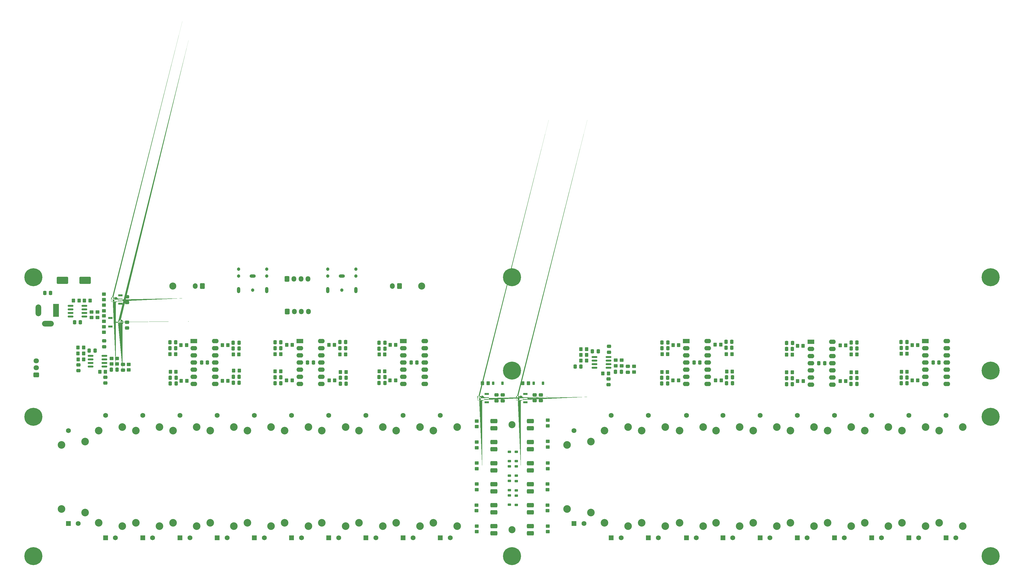
<source format=gbr>
%TF.GenerationSoftware,KiCad,Pcbnew,8.0.8*%
%TF.CreationDate,2025-02-12T06:41:47+01:00*%
%TF.ProjectId,20 Bands Equalizer,32302042-616e-4647-9320-457175616c69,rev?*%
%TF.SameCoordinates,Original*%
%TF.FileFunction,Soldermask,Top*%
%TF.FilePolarity,Negative*%
%FSLAX46Y46*%
G04 Gerber Fmt 4.6, Leading zero omitted, Abs format (unit mm)*
G04 Created by KiCad (PCBNEW 8.0.8) date 2025-02-12 06:41:47*
%MOMM*%
%LPD*%
G01*
G04 APERTURE LIST*
G04 Aperture macros list*
%AMRoundRect*
0 Rectangle with rounded corners*
0 $1 Rounding radius*
0 $2 $3 $4 $5 $6 $7 $8 $9 X,Y pos of 4 corners*
0 Add a 4 corners polygon primitive as box body*
4,1,4,$2,$3,$4,$5,$6,$7,$8,$9,$2,$3,0*
0 Add four circle primitives for the rounded corners*
1,1,$1+$1,$2,$3*
1,1,$1+$1,$4,$5*
1,1,$1+$1,$6,$7*
1,1,$1+$1,$8,$9*
0 Add four rect primitives between the rounded corners*
20,1,$1+$1,$2,$3,$4,$5,0*
20,1,$1+$1,$4,$5,$6,$7,0*
20,1,$1+$1,$6,$7,$8,$9,0*
20,1,$1+$1,$8,$9,$2,$3,0*%
%AMFreePoly0*
4,1,123,0.971831,0.949200,1.016256,0.946076,1.060503,0.940869,1.104445,0.933604,1.148006,0.924257,1.191059,0.912903,1.233553,0.899543,1.275362,0.884201,1.316408,0.866904,1.356617,0.847727,1.395860,0.826670,1.434087,0.803785,1.471196,0.779147,1.507112,0.752807,1.541732,0.724816,1.575032,0.695199,1.606883,0.664084,1.637262,0.631496,1.666066,0.597536,1.693244,0.562256,
1.718745,0.525730,1.742494,0.488062,1.764465,0.449301,1.784608,0.409576,1.802845,0.330277,3.500178,0.330277,3.500178,-0.329718,1.802845,-0.329718,1.784608,-0.409068,1.764465,-0.448793,1.742494,-0.487554,1.718745,-0.525222,1.693244,-0.561748,1.666066,-0.597028,1.637262,-0.630988,1.606883,-0.663576,1.575032,-0.694691,1.541732,-0.724308,1.507112,-0.752299,1.471196,-0.778639,
1.434087,-0.803277,1.395860,-0.826162,1.356617,-0.847219,1.316408,-0.866396,1.275362,-0.883693,1.233553,-0.899035,1.191059,-0.912395,1.148006,-0.923749,1.104445,-0.933096,1.060503,-0.940361,1.016256,-0.945568,0.971831,-0.948692,0.927305,-0.949759,-0.926899,-0.949759,-0.971425,-0.948692,-1.015850,-0.945568,-1.060097,-0.940361,-1.104039,-0.933096,-1.147600,-0.923749,-1.190653,-0.912395,
-1.233147,-0.899035,-1.274956,-0.883693,-1.316002,-0.866396,-1.356210,-0.847219,-1.395453,-0.826162,-1.433680,-0.803277,-1.470790,-0.778639,-1.506706,-0.752299,-1.541326,-0.724308,-1.574625,-0.694691,-1.606477,-0.663576,-1.636855,-0.630988,-1.665659,-0.597028,-1.692837,-0.561748,-1.718339,-0.525222,-1.742088,-0.487554,-1.764059,-0.448793,-1.784201,-0.409068,-1.802438,-0.368428,-1.818771,-0.327000,
-1.833122,-0.284836,-1.845491,-0.242037,-1.855829,-0.198705,-1.864135,-0.154966,-1.870384,-0.110846,-1.874549,-0.066497,-1.876632,-0.022022,-1.876632,0.022530,-1.874549,0.067005,-1.870384,0.111354,-1.864135,0.155474,-1.855829,0.199213,-1.845491,0.242545,-1.833122,0.285344,-1.818771,0.327508,-1.802438,0.368936,-1.784201,0.409576,-1.764059,0.449301,-1.742088,0.488062,-1.718339,0.525730,
-1.692837,0.562256,-1.665659,0.597536,-1.636855,0.631496,-1.606477,0.664084,-1.574625,0.695199,-1.541326,0.724816,-1.506706,0.752807,-1.470790,0.779147,-1.433680,0.803785,-1.395453,0.826670,-1.356210,0.847727,-1.316002,0.866904,-1.274956,0.884201,-1.233147,0.899543,-1.190653,0.912903,-1.147600,0.924257,-1.104039,0.933604,-1.060097,0.940869,-1.015850,0.946076,-0.971425,0.949200,
-0.926899,0.950267,0.927305,0.950267,0.971831,0.949200,0.971831,0.949200,$1*%
%AMFreePoly1*
4,1,123,0.971476,0.948895,1.015900,0.945771,1.060147,0.940564,1.104089,0.933299,1.147650,0.923952,1.190704,0.912598,1.233198,0.899238,1.275006,0.883896,1.316053,0.866599,1.356261,0.847422,1.395504,0.826365,1.433731,0.803480,1.470841,0.778842,1.506756,0.752502,1.541377,0.724511,1.574676,0.694895,1.606528,0.663780,1.636906,0.631191,1.665710,0.597231,1.692888,0.561951,
1.718390,0.525425,1.742139,0.487757,1.764110,0.448997,1.784252,0.409271,1.802489,0.368631,1.818821,0.327203,1.833172,0.285039,1.845542,0.242240,1.855880,0.198908,1.864186,0.155169,1.870434,0.111049,1.874600,0.066701,1.876683,0.022225,1.876683,-0.022327,1.874600,-0.066802,1.870434,-0.111151,1.864186,-0.155271,1.855880,-0.199009,1.845542,-0.242342,1.833172,-0.285141,
1.818821,-0.327305,1.802489,-0.368733,1.784252,-0.409373,1.764110,-0.449098,1.742139,-0.487859,1.718390,-0.525527,1.692888,-0.562052,1.665710,-0.597333,1.636906,-0.631293,1.606528,-0.663881,1.574676,-0.694996,1.541377,-0.724613,1.506756,-0.752604,1.470841,-0.778943,1.433731,-0.803581,1.395504,-0.826467,1.356261,-0.847523,1.316053,-0.866701,1.275006,-0.883998,1.233198,-0.899340,
1.190704,-0.912700,1.147650,-0.924054,1.104089,-0.933401,1.060147,-0.940665,1.015900,-0.945872,0.971476,-0.948997,0.926949,-0.950064,-0.927254,-0.950064,-0.971781,-0.948997,-1.016205,-0.945872,-1.060452,-0.940665,-1.104394,-0.933401,-1.147955,-0.924054,-1.191008,-0.912700,-1.233503,-0.899340,-1.275311,-0.883998,-1.316358,-0.866701,-1.356566,-0.847523,-1.395809,-0.826467,-1.434036,-0.803581,
-1.471146,-0.778943,-1.507061,-0.752604,-1.541681,-0.724613,-1.574981,-0.694996,-1.606833,-0.663881,-1.637211,-0.631293,-1.666015,-0.597333,-1.693193,-0.562052,-1.718694,-0.525527,-1.742443,-0.487859,-1.764415,-0.449098,-1.784557,-0.409373,-1.802794,-0.330074,-3.500127,-0.330074,-3.500127,0.329921,-1.802794,0.329921,-1.784557,0.409271,-1.764415,0.448997,-1.742443,0.487757,-1.718694,0.525425,
-1.693193,0.561951,-1.666015,0.597231,-1.637211,0.631191,-1.606833,0.663780,-1.574981,0.694895,-1.541681,0.724511,-1.507061,0.752502,-1.471146,0.778842,-1.434036,0.803480,-1.395809,0.826365,-1.356566,0.847422,-1.316358,0.866599,-1.275311,0.883896,-1.233503,0.899238,-1.191008,0.912598,-1.147955,0.923952,-1.104394,0.933299,-1.060452,0.940564,-1.016205,0.945771,-0.971781,0.948895,
-0.927254,0.949962,0.926949,0.949962,0.971476,0.948895,0.971476,0.948895,$1*%
G04 Aperture macros list end*
%ADD10RoundRect,0.400000X0.850000X-0.400000X0.850000X0.400000X-0.850000X0.400000X-0.850000X-0.400000X0*%
%ADD11RoundRect,0.250000X0.350000X0.450000X-0.350000X0.450000X-0.350000X-0.450000X0.350000X-0.450000X0*%
%ADD12C,0.800000*%
%ADD13C,6.400000*%
%ADD14RoundRect,0.225000X-0.375000X0.225000X-0.375000X-0.225000X0.375000X-0.225000X0.375000X0.225000X0*%
%ADD15RoundRect,0.250000X-0.350000X-0.450000X0.350000X-0.450000X0.350000X0.450000X-0.350000X0.450000X0*%
%ADD16RoundRect,0.250000X0.450000X-0.350000X0.450000X0.350000X-0.450000X0.350000X-0.450000X-0.350000X0*%
%ADD17RoundRect,0.250000X-0.337500X-0.475000X0.337500X-0.475000X0.337500X0.475000X-0.337500X0.475000X0*%
%ADD18RoundRect,0.250000X-0.450000X0.350000X-0.450000X-0.350000X0.450000X-0.350000X0.450000X0.350000X0*%
%ADD19R,1.750000X1.750000*%
%ADD20C,1.750000*%
%ADD21C,2.700000*%
%ADD22C,2.500000*%
%ADD23RoundRect,0.225000X-0.225000X-0.375000X0.225000X-0.375000X0.225000X0.375000X-0.225000X0.375000X0*%
%ADD24R,2.400000X1.600000*%
%ADD25O,2.400000X1.600000*%
%ADD26C,1.200000*%
%ADD27O,1.200000X2.200000*%
%ADD28O,2.200000X1.200000*%
%ADD29RoundRect,0.250000X0.337500X0.475000X-0.337500X0.475000X-0.337500X-0.475000X0.337500X-0.475000X0*%
%ADD30RoundRect,0.250000X0.475000X-0.337500X0.475000X0.337500X-0.475000X0.337500X-0.475000X-0.337500X0*%
%ADD31R,1.575006X0.672009*%
%ADD32FreePoly0,0.000000*%
%ADD33RoundRect,0.250000X-0.600000X-0.725000X0.600000X-0.725000X0.600000X0.725000X-0.600000X0.725000X0*%
%ADD34O,1.700000X1.950000*%
%ADD35RoundRect,0.150000X-0.825000X-0.150000X0.825000X-0.150000X0.825000X0.150000X-0.825000X0.150000X0*%
%ADD36RoundRect,0.250000X-0.475000X0.337500X-0.475000X-0.337500X0.475000X-0.337500X0.475000X0.337500X0*%
%ADD37RoundRect,0.250000X0.600000X0.750000X-0.600000X0.750000X-0.600000X-0.750000X0.600000X-0.750000X0*%
%ADD38O,1.700000X2.000000*%
%ADD39RoundRect,0.250000X0.725000X-0.600000X0.725000X0.600000X-0.725000X0.600000X-0.725000X-0.600000X0*%
%ADD40O,1.950000X1.700000*%
%ADD41FreePoly1,0.000000*%
%ADD42RoundRect,0.150000X0.825000X0.150000X-0.825000X0.150000X-0.825000X-0.150000X0.825000X-0.150000X0*%
%ADD43RoundRect,0.250000X1.750000X1.000000X-1.750000X1.000000X-1.750000X-1.000000X1.750000X-1.000000X0*%
%ADD44R,2.000000X4.600000*%
%ADD45O,2.000000X4.200000*%
%ADD46O,4.200000X2.000000*%
G04 APERTURE END LIST*
D10*
%TO.C,D11*%
X198527500Y-88976667D03*
X198527500Y-86436667D03*
%TD*%
D11*
%TO.C,R15*%
X104067500Y-72151667D03*
X102067500Y-72151667D03*
%TD*%
D12*
%TO.C,H3*%
X202552500Y-35264611D03*
X203255444Y-33567555D03*
X203255444Y-36961667D03*
X204952500Y-32864611D03*
D13*
X204952500Y-35264611D03*
D12*
X204952500Y-37664611D03*
X206649556Y-33567555D03*
X206649556Y-36961667D03*
X207352500Y-35264611D03*
%TD*%
D14*
%TO.C,D18*%
X206470000Y-102548611D03*
X206470000Y-105848611D03*
%TD*%
D15*
%TO.C,R6*%
X83480000Y-62611667D03*
X85480000Y-62611667D03*
%TD*%
D10*
%TO.C,D19*%
X211447500Y-103916667D03*
X211447500Y-101376667D03*
%TD*%
D16*
%TO.C,R38*%
X192427500Y-95876667D03*
X192427500Y-93876667D03*
%TD*%
D15*
%TO.C,R11*%
X50800000Y-62371667D03*
X52800000Y-62371667D03*
%TD*%
D12*
%TO.C,H6*%
X372552500Y-134461667D03*
X373255444Y-132764611D03*
X373255444Y-136158723D03*
X374952500Y-132061667D03*
D13*
X374952500Y-134461667D03*
D12*
X374952500Y-136861667D03*
X376649556Y-132764611D03*
X376649556Y-136158723D03*
X377352500Y-134461667D03*
%TD*%
D10*
%TO.C,D4*%
X198527500Y-118856667D03*
X198527500Y-116316667D03*
%TD*%
D12*
%TO.C,H8*%
X372552500Y-84913139D03*
X373255444Y-83216083D03*
X373255444Y-86610195D03*
X374952500Y-82513139D03*
D13*
X374952500Y-84913139D03*
D12*
X374952500Y-87313139D03*
X376649556Y-83216083D03*
X376649556Y-86610195D03*
X377352500Y-84913139D03*
%TD*%
D17*
%TO.C,C11*%
X54762500Y-61351667D03*
X56837500Y-61351667D03*
%TD*%
D18*
%TO.C,R77*%
X55635000Y-47640000D03*
X55635000Y-49640000D03*
%TD*%
D15*
%TO.C,R10*%
X50770000Y-60271667D03*
X52770000Y-60271667D03*
%TD*%
%TO.C,R51*%
X229442500Y-60901667D03*
X231442500Y-60901667D03*
%TD*%
D12*
%TO.C,H14*%
X372552500Y-68520000D03*
X373255444Y-66822944D03*
X373255444Y-70217056D03*
X374952500Y-66120000D03*
D13*
X374952500Y-68520000D03*
D12*
X374952500Y-70920000D03*
X376649556Y-66822944D03*
X376649556Y-70217056D03*
X377352500Y-68520000D03*
%TD*%
D19*
%TO.C,RV20*%
X332686553Y-127931667D03*
D20*
X336186553Y-127931667D03*
X332686553Y-84431667D03*
D21*
X338636553Y-123781667D03*
X330236553Y-122581667D03*
X330236553Y-89781667D03*
X338636553Y-88581667D03*
%TD*%
D14*
%TO.C,D5*%
X204000000Y-107702222D03*
X204000000Y-111002222D03*
%TD*%
D15*
%TO.C,R62*%
X302522500Y-62824167D03*
X304522500Y-62824167D03*
%TD*%
D22*
%TO.C,H9*%
X204987500Y-87706667D03*
%TD*%
D10*
%TO.C,D12*%
X211447500Y-126326667D03*
X211447500Y-123786667D03*
%TD*%
D15*
%TO.C,R47*%
X258272500Y-62641667D03*
X260272500Y-62641667D03*
%TD*%
D19*
%TO.C,RV1*%
X60608667Y-127931667D03*
D20*
X64108667Y-127931667D03*
X60608667Y-84431667D03*
D21*
X66558667Y-123781667D03*
X58158667Y-122581667D03*
X58158667Y-89781667D03*
X66558667Y-88581667D03*
%TD*%
D10*
%TO.C,D21*%
X211447500Y-96446667D03*
X211447500Y-93906667D03*
%TD*%
D23*
%TO.C,D3*%
X198290000Y-72990000D03*
X201590000Y-72990000D03*
%TD*%
D17*
%TO.C,C54*%
X325425000Y-58494167D03*
X327500000Y-58494167D03*
%TD*%
D11*
%TO.C,R13*%
X108077500Y-68481667D03*
X106077500Y-68481667D03*
%TD*%
D24*
%TO.C,U4*%
X166332500Y-57981667D03*
D25*
X166332500Y-60521667D03*
X166332500Y-63061667D03*
X166332500Y-65601667D03*
X166332500Y-68141667D03*
X166332500Y-70681667D03*
X166332500Y-73221667D03*
X173952500Y-73221667D03*
X173952500Y-70681667D03*
X173952500Y-68141667D03*
X173952500Y-65601667D03*
X173952500Y-63061667D03*
X173952500Y-60521667D03*
X173952500Y-57981667D03*
%TD*%
D19*
%TO.C,RV3*%
X47398334Y-122806667D03*
D20*
X50898334Y-122806667D03*
X47398334Y-89806667D03*
D21*
X53348334Y-118906667D03*
X44948334Y-117706667D03*
X44948334Y-94906667D03*
X53348334Y-93706667D03*
%TD*%
D11*
%TO.C,R69*%
X323522500Y-59514167D03*
X321522500Y-59514167D03*
%TD*%
D26*
%TO.C,J4*%
X149532500Y-34884611D03*
X149532500Y-32384611D03*
X144532500Y-39884611D03*
X139532500Y-34884611D03*
X139532500Y-32384611D03*
D27*
X149532500Y-39884611D03*
D28*
X144532500Y-34884611D03*
D27*
X139532500Y-39884611D03*
%TD*%
D11*
%TO.C,R18*%
X104067500Y-59431667D03*
X102067500Y-59431667D03*
%TD*%
%TO.C,R59*%
X279122500Y-59261667D03*
X277122500Y-59261667D03*
%TD*%
D15*
%TO.C,R30*%
X161662500Y-59361667D03*
X163662500Y-59361667D03*
%TD*%
D17*
%TO.C,C64*%
X354525000Y-65606667D03*
X356600000Y-65606667D03*
%TD*%
%TO.C,C12*%
X105940000Y-72821667D03*
X108015000Y-72821667D03*
%TD*%
D14*
%TO.C,D13*%
X206470000Y-112924167D03*
X206470000Y-116224167D03*
%TD*%
D17*
%TO.C,C40*%
X233505000Y-61611667D03*
X235580000Y-61611667D03*
%TD*%
D29*
%TO.C,C53*%
X327440000Y-71114167D03*
X325365000Y-71114167D03*
%TD*%
D16*
%TO.C,R36*%
X192407500Y-110816667D03*
X192407500Y-108816667D03*
%TD*%
D24*
%TO.C,U7*%
X351737500Y-57981667D03*
D25*
X351737500Y-60521667D03*
X351737500Y-63061667D03*
X351737500Y-65601667D03*
X351737500Y-68141667D03*
X351737500Y-70681667D03*
X351737500Y-73221667D03*
X359357500Y-73221667D03*
X359357500Y-70681667D03*
X359357500Y-68141667D03*
X359357500Y-65601667D03*
X359357500Y-63061667D03*
X359357500Y-60521667D03*
X359357500Y-57981667D03*
%TD*%
D12*
%TO.C,H4*%
X202552500Y-134461667D03*
X203255444Y-132764611D03*
X203255444Y-136158723D03*
X204952500Y-132061667D03*
D13*
X204952500Y-134461667D03*
D12*
X204952500Y-136861667D03*
X206649556Y-132764611D03*
X206649556Y-136158723D03*
X207352500Y-134461667D03*
%TD*%
D29*
%TO.C,C56*%
X345230000Y-58361667D03*
X343155000Y-58361667D03*
%TD*%
D30*
%TO.C,C33*%
X215170000Y-79177500D03*
X215170000Y-77102500D03*
%TD*%
D16*
%TO.C,R19*%
X64680000Y-66151667D03*
X64680000Y-64151667D03*
%TD*%
D15*
%TO.C,R21*%
X120822500Y-62621667D03*
X122822500Y-62621667D03*
%TD*%
D17*
%TO.C,C25*%
X143825000Y-58341667D03*
X145900000Y-58341667D03*
%TD*%
%TO.C,C49*%
X302475000Y-60754167D03*
X304550000Y-60754167D03*
%TD*%
D31*
%TO.C,Q4*%
X65816439Y-44719873D03*
D32*
X63103713Y-43220254D03*
D31*
X65816439Y-41719873D03*
%TD*%
D16*
%TO.C,R44*%
X217617500Y-103356667D03*
X217617500Y-101356667D03*
%TD*%
D17*
%TO.C,C1*%
X38982500Y-40900000D03*
X41057500Y-40900000D03*
%TD*%
%TO.C,C66*%
X132345000Y-65611667D03*
X134420000Y-65611667D03*
%TD*%
D15*
%TO.C,R12*%
X87457500Y-72131667D03*
X89457500Y-72131667D03*
%TD*%
D17*
%TO.C,C30*%
X157725000Y-70791667D03*
X159800000Y-70791667D03*
%TD*%
D19*
%TO.C,RV13*%
X253424555Y-127931667D03*
D20*
X256924555Y-127931667D03*
X253424555Y-84431667D03*
D21*
X259374555Y-123781667D03*
X250974555Y-122581667D03*
X250974555Y-89781667D03*
X259374555Y-88581667D03*
%TD*%
D19*
%TO.C,RV14*%
X227003889Y-122806667D03*
D20*
X230503889Y-122806667D03*
X227003889Y-89806667D03*
D21*
X232953889Y-118906667D03*
X224553889Y-117706667D03*
X224553889Y-94906667D03*
X232953889Y-93706667D03*
%TD*%
D19*
%TO.C,RV19*%
X319476220Y-127931667D03*
D20*
X322976220Y-127931667D03*
X319476220Y-84431667D03*
D21*
X325426220Y-123781667D03*
X317026220Y-122581667D03*
X317026220Y-89781667D03*
X325426220Y-88581667D03*
%TD*%
D24*
%TO.C,U2*%
X91927500Y-57981667D03*
D25*
X91927500Y-60521667D03*
X91927500Y-63061667D03*
X91927500Y-65601667D03*
X91927500Y-68141667D03*
X91927500Y-70681667D03*
X91927500Y-73221667D03*
X99547500Y-73221667D03*
X99547500Y-70681667D03*
X99547500Y-68141667D03*
X99547500Y-65601667D03*
X99547500Y-63061667D03*
X99547500Y-60521667D03*
X99547500Y-57981667D03*
%TD*%
D33*
%TO.C,J7*%
X125130000Y-47500000D03*
D34*
X127630000Y-47500000D03*
X130130000Y-47500000D03*
X132630000Y-47500000D03*
%TD*%
D30*
%TO.C,C34*%
X213040000Y-79177500D03*
X213040000Y-77102500D03*
%TD*%
D17*
%TO.C,C36*%
X258235000Y-60561667D03*
X260310000Y-60561667D03*
%TD*%
D35*
%TO.C,U9*%
X234282500Y-63686667D03*
X234282500Y-64956667D03*
X234282500Y-66226667D03*
X234282500Y-67496667D03*
X239232500Y-67496667D03*
X239232500Y-66226667D03*
X239232500Y-64956667D03*
X239232500Y-63686667D03*
%TD*%
D18*
%TO.C,R4*%
X60025000Y-45205000D03*
X60025000Y-47205000D03*
%TD*%
D17*
%TO.C,C59*%
X343205000Y-70931667D03*
X345280000Y-70931667D03*
%TD*%
D29*
%TO.C,C24*%
X146060000Y-71031667D03*
X143985000Y-71031667D03*
%TD*%
D15*
%TO.C,R32*%
X161642500Y-71941667D03*
X163642500Y-71941667D03*
%TD*%
D36*
%TO.C,C43*%
X239222500Y-71431667D03*
X239222500Y-73506667D03*
%TD*%
D14*
%TO.C,D7*%
X204000000Y-102526111D03*
X204000000Y-105826111D03*
%TD*%
%TO.C,D2*%
X204000000Y-112878333D03*
X204000000Y-116178333D03*
%TD*%
D18*
%TO.C,R5*%
X60035000Y-48995000D03*
X60035000Y-50995000D03*
%TD*%
D11*
%TO.C,R16*%
X107967500Y-62731667D03*
X105967500Y-62731667D03*
%TD*%
%TO.C,R57*%
X283062500Y-62621667D03*
X281062500Y-62621667D03*
%TD*%
%TO.C,R66*%
X327402500Y-69054167D03*
X325402500Y-69054167D03*
%TD*%
D37*
%TO.C,J3*%
X164952500Y-38464611D03*
D38*
X162452500Y-38464611D03*
%TD*%
D33*
%TO.C,J6*%
X124992500Y-35861667D03*
D34*
X127492500Y-35861667D03*
X129992500Y-35861667D03*
X132492500Y-35861667D03*
%TD*%
D36*
%TO.C,C18*%
X66760000Y-66244167D03*
X66760000Y-68319167D03*
%TD*%
D16*
%TO.C,R46*%
X217657500Y-88126667D03*
X217657500Y-86126667D03*
%TD*%
D22*
%TO.C,H11*%
X84502500Y-38464611D03*
%TD*%
D10*
%TO.C,D22*%
X211447500Y-88976667D03*
X211447500Y-86436667D03*
%TD*%
D15*
%TO.C,R71*%
X347082500Y-59401667D03*
X349082500Y-59401667D03*
%TD*%
D29*
%TO.C,C26*%
X145900000Y-60541667D03*
X143825000Y-60541667D03*
%TD*%
D39*
%TO.C,J5*%
X36000000Y-70000000D03*
D40*
X36000000Y-67500000D03*
X36000000Y-65000000D03*
%TD*%
D15*
%TO.C,R7*%
X87377500Y-59431667D03*
X89377500Y-59431667D03*
%TD*%
D31*
%TO.C,U1*%
X62279250Y-49780127D03*
D41*
X64991722Y-51288636D03*
D31*
X62279250Y-52780127D03*
%TD*%
D15*
%TO.C,R64*%
X302492500Y-69094167D03*
X304492500Y-69094167D03*
%TD*%
D11*
%TO.C,R28*%
X141912500Y-59331667D03*
X139912500Y-59331667D03*
%TD*%
%TO.C,R42*%
X210763750Y-73000000D03*
X208763750Y-73000000D03*
%TD*%
D29*
%TO.C,C29*%
X159800000Y-72861667D03*
X157725000Y-72861667D03*
%TD*%
D15*
%TO.C,R55*%
X237232500Y-69481667D03*
X239232500Y-69481667D03*
%TD*%
D19*
%TO.C,RV17*%
X293055554Y-127931667D03*
D20*
X296555554Y-127931667D03*
X293055554Y-84431667D03*
D21*
X299005554Y-123781667D03*
X290605554Y-122581667D03*
X290605554Y-89781667D03*
X299005554Y-88581667D03*
%TD*%
D15*
%TO.C,R70*%
X343232500Y-62501667D03*
X345232500Y-62501667D03*
%TD*%
D19*
%TO.C,RV4*%
X87029333Y-127931667D03*
D20*
X90529333Y-127931667D03*
X87029333Y-84431667D03*
D21*
X92979333Y-123781667D03*
X84579333Y-122581667D03*
X84579333Y-89781667D03*
X92979333Y-88581667D03*
%TD*%
D15*
%TO.C,R53*%
X262122500Y-71981667D03*
X264122500Y-71981667D03*
%TD*%
D17*
%TO.C,C65*%
X169120000Y-65606667D03*
X171195000Y-65606667D03*
%TD*%
D16*
%TO.C,R41*%
X217607500Y-118286667D03*
X217607500Y-116286667D03*
%TD*%
D29*
%TO.C,C35*%
X260310000Y-58451667D03*
X258235000Y-58451667D03*
%TD*%
D16*
%TO.C,R33*%
X192387500Y-125756667D03*
X192387500Y-123756667D03*
%TD*%
D29*
%TO.C,C48*%
X304580000Y-58684167D03*
X302505000Y-58684167D03*
%TD*%
D10*
%TO.C,D6*%
X198527500Y-111386667D03*
X198527500Y-108846667D03*
%TD*%
D17*
%TO.C,C7*%
X83442500Y-60511667D03*
X85517500Y-60511667D03*
%TD*%
D11*
%TO.C,R26*%
X141992500Y-71921667D03*
X139992500Y-71921667D03*
%TD*%
D17*
%TO.C,C20*%
X120785000Y-60541667D03*
X122860000Y-60541667D03*
%TD*%
%TO.C,C28*%
X157715000Y-60681667D03*
X159790000Y-60681667D03*
%TD*%
D15*
%TO.C,R22*%
X124912500Y-59361667D03*
X126912500Y-59361667D03*
%TD*%
%TO.C,R52*%
X229442500Y-62911667D03*
X231442500Y-62911667D03*
%TD*%
D18*
%TO.C,R61*%
X248272500Y-66981667D03*
X248272500Y-68981667D03*
%TD*%
D19*
%TO.C,RV10*%
X166291331Y-127931667D03*
D20*
X169791331Y-127931667D03*
X166291331Y-84431667D03*
D21*
X172241331Y-123781667D03*
X163841331Y-122581667D03*
X163841331Y-89781667D03*
X172241331Y-88581667D03*
%TD*%
D11*
%TO.C,R25*%
X146022500Y-68981667D03*
X144022500Y-68981667D03*
%TD*%
D15*
%TO.C,R50*%
X258182500Y-68971667D03*
X260182500Y-68971667D03*
%TD*%
D19*
%TO.C,RV6*%
X113449999Y-127931667D03*
D20*
X116949999Y-127931667D03*
X113449999Y-84431667D03*
D21*
X119399999Y-123781667D03*
X110999999Y-122581667D03*
X110999999Y-89781667D03*
X119399999Y-88581667D03*
%TD*%
D15*
%TO.C,R65*%
X306402500Y-72244167D03*
X308402500Y-72244167D03*
%TD*%
D10*
%TO.C,D10*%
X198527500Y-96446667D03*
X198527500Y-93906667D03*
%TD*%
D16*
%TO.C,R43*%
X217607500Y-110816667D03*
X217607500Y-108816667D03*
%TD*%
D11*
%TO.C,R56*%
X279292500Y-71951667D03*
X277292500Y-71951667D03*
%TD*%
D18*
%TO.C,R3*%
X60045000Y-41285000D03*
X60045000Y-43285000D03*
%TD*%
%TO.C,R20*%
X68850000Y-66261667D03*
X68850000Y-68261667D03*
%TD*%
D16*
%TO.C,R17*%
X62680000Y-66141667D03*
X62680000Y-64141667D03*
%TD*%
D15*
%TO.C,R24*%
X124872500Y-71921667D03*
X126872500Y-71921667D03*
%TD*%
D14*
%TO.C,D16*%
X206470000Y-107736388D03*
X206470000Y-111036388D03*
%TD*%
D15*
%TO.C,R63*%
X306372500Y-59664167D03*
X308372500Y-59664167D03*
%TD*%
D22*
%TO.C,H12*%
X172902500Y-38464611D03*
%TD*%
D17*
%TO.C,C23*%
X143985000Y-73101667D03*
X146060000Y-73101667D03*
%TD*%
D19*
%TO.C,RV16*%
X279845221Y-127931667D03*
D20*
X283345221Y-127931667D03*
X279845221Y-84431667D03*
D21*
X285795221Y-123781667D03*
X277395221Y-122581667D03*
X277395221Y-89781667D03*
X285795221Y-88581667D03*
%TD*%
D15*
%TO.C,R23*%
X120802500Y-68751667D03*
X122802500Y-68751667D03*
%TD*%
D35*
%TO.C,U8*%
X55225000Y-63236667D03*
X55225000Y-64506667D03*
X55225000Y-65776667D03*
X55225000Y-67046667D03*
X60175000Y-67046667D03*
X60175000Y-65776667D03*
X60175000Y-64506667D03*
X60175000Y-63236667D03*
%TD*%
D14*
%TO.C,D9*%
X204000000Y-97350000D03*
X204000000Y-100650000D03*
%TD*%
D16*
%TO.C,R40*%
X217617500Y-125756667D03*
X217617500Y-123756667D03*
%TD*%
D19*
%TO.C,RV21*%
X345896886Y-127931667D03*
D20*
X349396886Y-127931667D03*
X345896886Y-84431667D03*
D21*
X351846886Y-123781667D03*
X343446886Y-122581667D03*
X343446886Y-89781667D03*
X351846886Y-88581667D03*
%TD*%
D19*
%TO.C,RV5*%
X100239666Y-127931667D03*
D20*
X103739666Y-127931667D03*
X100239666Y-84431667D03*
D21*
X106189666Y-123781667D03*
X97789666Y-122581667D03*
X97789666Y-89781667D03*
X106189666Y-88581667D03*
%TD*%
D29*
%TO.C,C45*%
X283060000Y-60321667D03*
X280985000Y-60321667D03*
%TD*%
%TO.C,C13*%
X108015000Y-70691667D03*
X105940000Y-70691667D03*
%TD*%
D16*
%TO.C,R60*%
X243862500Y-66771667D03*
X243862500Y-64771667D03*
%TD*%
D29*
%TO.C,C55*%
X327500000Y-60614167D03*
X325425000Y-60614167D03*
%TD*%
D17*
%TO.C,C14*%
X49575000Y-51260000D03*
X51650000Y-51260000D03*
%TD*%
D36*
%TO.C,C4*%
X68240000Y-42192500D03*
X68240000Y-44267500D03*
%TD*%
D17*
%TO.C,C46*%
X241715000Y-68911667D03*
X243790000Y-68911667D03*
%TD*%
%TO.C,C15*%
X105930000Y-58541667D03*
X108005000Y-58541667D03*
%TD*%
D29*
%TO.C,C58*%
X345280000Y-73001667D03*
X343205000Y-73001667D03*
%TD*%
D17*
%TO.C,C17*%
X62602500Y-68161667D03*
X64677500Y-68161667D03*
%TD*%
%TO.C,C52*%
X325365000Y-73194167D03*
X327440000Y-73194167D03*
%TD*%
D10*
%TO.C,D17*%
X211447500Y-111386667D03*
X211447500Y-108846667D03*
%TD*%
D17*
%TO.C,C39*%
X258135000Y-71001667D03*
X260210000Y-71001667D03*
%TD*%
D12*
%TO.C,H5*%
X372552500Y-35264611D03*
X373255444Y-33567555D03*
X373255444Y-36961667D03*
X374952500Y-32864611D03*
D13*
X374952500Y-35264611D03*
D12*
X374952500Y-37664611D03*
X376649556Y-33567555D03*
X376649556Y-36961667D03*
X377352500Y-35264611D03*
%TD*%
D15*
%TO.C,R73*%
X347092500Y-71971667D03*
X349092500Y-71971667D03*
%TD*%
D19*
%TO.C,RV11*%
X179501667Y-127931667D03*
D20*
X183001667Y-127931667D03*
X179501667Y-84431667D03*
D21*
X185451667Y-123781667D03*
X177051667Y-122581667D03*
X177051667Y-89781667D03*
X185451667Y-88581667D03*
%TD*%
D16*
%TO.C,R34*%
X192377500Y-118286667D03*
X192377500Y-116286667D03*
%TD*%
D29*
%TO.C,C27*%
X159792500Y-58571667D03*
X157717500Y-58571667D03*
%TD*%
D36*
%TO.C,C5*%
X68255000Y-51277500D03*
X68255000Y-53352500D03*
%TD*%
D30*
%TO.C,C31*%
X201670000Y-79197500D03*
X201670000Y-77122500D03*
%TD*%
D24*
%TO.C,U5*%
X266847500Y-57981667D03*
D25*
X266847500Y-60521667D03*
X266847500Y-63061667D03*
X266847500Y-65601667D03*
X266847500Y-68141667D03*
X266847500Y-70681667D03*
X266847500Y-73221667D03*
X274467500Y-73221667D03*
X274467500Y-70681667D03*
X274467500Y-68141667D03*
X274467500Y-65601667D03*
X274467500Y-63061667D03*
X274467500Y-60521667D03*
X274467500Y-57981667D03*
%TD*%
D29*
%TO.C,C38*%
X260210000Y-73091667D03*
X258135000Y-73091667D03*
%TD*%
D19*
%TO.C,RV7*%
X126660332Y-127931667D03*
D20*
X130160332Y-127931667D03*
X126660332Y-84431667D03*
D21*
X132610332Y-123781667D03*
X124210332Y-122581667D03*
X124210332Y-89781667D03*
X132610332Y-88581667D03*
%TD*%
D29*
%TO.C,C42*%
X283260000Y-70891667D03*
X281185000Y-70891667D03*
%TD*%
D17*
%TO.C,C22*%
X120765000Y-70861667D03*
X122840000Y-70861667D03*
%TD*%
D30*
%TO.C,C32*%
X199460000Y-79197500D03*
X199460000Y-77122500D03*
%TD*%
D19*
%TO.C,RV15*%
X266923055Y-127931667D03*
D20*
X270423055Y-127931667D03*
X266923055Y-84431667D03*
D21*
X272873055Y-123781667D03*
X264473055Y-122581667D03*
X264473055Y-89781667D03*
X272873055Y-88581667D03*
%TD*%
D16*
%TO.C,R37*%
X192397500Y-103346667D03*
X192397500Y-101346667D03*
%TD*%
D17*
%TO.C,C60*%
X94700000Y-65641667D03*
X96775000Y-65641667D03*
%TD*%
D37*
%TO.C,J2*%
X94952500Y-38464611D03*
D38*
X92452500Y-38464611D03*
%TD*%
D42*
%TO.C,U11*%
X53080000Y-49270000D03*
X53080000Y-48000000D03*
X53080000Y-46730000D03*
X53080000Y-45460000D03*
X48130000Y-45460000D03*
X48130000Y-46730000D03*
X48130000Y-48000000D03*
X48130000Y-49270000D03*
%TD*%
D12*
%TO.C,H7*%
X32552500Y-84913139D03*
X33255444Y-83216083D03*
X33255444Y-86610195D03*
X34952500Y-82513139D03*
D13*
X34952500Y-84913139D03*
D12*
X34952500Y-87313139D03*
X36649556Y-83216083D03*
X36649556Y-86610195D03*
X37352500Y-84913139D03*
%TD*%
D24*
%TO.C,U6*%
X311137500Y-58254167D03*
D25*
X311137500Y-60794167D03*
X311137500Y-63334167D03*
X311137500Y-65874167D03*
X311137500Y-68414167D03*
X311137500Y-70954167D03*
X311137500Y-73494167D03*
X318757500Y-73494167D03*
X318757500Y-70954167D03*
X318757500Y-68414167D03*
X318757500Y-65874167D03*
X318757500Y-63334167D03*
X318757500Y-60794167D03*
X318757500Y-58254167D03*
%TD*%
D43*
%TO.C,C2*%
X53300000Y-36390000D03*
X45300000Y-36390000D03*
%TD*%
D44*
%TO.C,J8*%
X43024944Y-47026779D03*
D45*
X36724944Y-47026779D03*
D46*
X40124944Y-51826779D03*
%TD*%
D29*
%TO.C,C19*%
X122860000Y-58371667D03*
X120785000Y-58371667D03*
%TD*%
D26*
%TO.C,J1*%
X117872500Y-34884611D03*
X117872500Y-32384611D03*
X112872500Y-39884611D03*
X107872500Y-34884611D03*
X107872500Y-32384611D03*
D27*
X117872500Y-39884611D03*
D28*
X112872500Y-34884611D03*
D27*
X107872500Y-39884611D03*
%TD*%
D36*
%TO.C,C47*%
X246122500Y-66964167D03*
X246122500Y-69039167D03*
%TD*%
D30*
%TO.C,C68*%
X60540000Y-72919167D03*
X60540000Y-70844167D03*
%TD*%
D15*
%TO.C,R9*%
X83597500Y-68931667D03*
X85597500Y-68931667D03*
%TD*%
D11*
%TO.C,R54*%
X283222500Y-68821667D03*
X281222500Y-68821667D03*
%TD*%
%TO.C,R35*%
X196467500Y-73000000D03*
X194467500Y-73000000D03*
%TD*%
D15*
%TO.C,R72*%
X343272500Y-68891667D03*
X345272500Y-68891667D03*
%TD*%
D17*
%TO.C,C37*%
X227375000Y-67071667D03*
X229450000Y-67071667D03*
%TD*%
D16*
%TO.C,R39*%
X192427500Y-88406667D03*
X192427500Y-86406667D03*
%TD*%
D11*
%TO.C,R67*%
X323512500Y-72214167D03*
X321512500Y-72214167D03*
%TD*%
D15*
%TO.C,R31*%
X157772500Y-68761667D03*
X159772500Y-68761667D03*
%TD*%
%TO.C,R8*%
X50830000Y-64481667D03*
X52830000Y-64481667D03*
%TD*%
D24*
%TO.C,U3*%
X129567500Y-57981667D03*
D25*
X129567500Y-60521667D03*
X129567500Y-63061667D03*
X129567500Y-65601667D03*
X129567500Y-68141667D03*
X129567500Y-70681667D03*
X129567500Y-73221667D03*
X137187500Y-73221667D03*
X137187500Y-70681667D03*
X137187500Y-68141667D03*
X137187500Y-65601667D03*
X137187500Y-63061667D03*
X137187500Y-60521667D03*
X137187500Y-57981667D03*
%TD*%
D15*
%TO.C,R14*%
X58540000Y-68891667D03*
X60540000Y-68891667D03*
%TD*%
D17*
%TO.C,C51*%
X302455000Y-71204167D03*
X304530000Y-71204167D03*
%TD*%
%TO.C,C62*%
X313925000Y-65879167D03*
X316000000Y-65879167D03*
%TD*%
D31*
%TO.C,Q1*%
X196000000Y-79779950D03*
D32*
X193287274Y-78280331D03*
D31*
X196000000Y-76779950D03*
%TD*%
D29*
%TO.C,C16*%
X108005000Y-60641667D03*
X105930000Y-60641667D03*
%TD*%
D30*
%TO.C,C63*%
X60100000Y-59990000D03*
X60100000Y-57915000D03*
%TD*%
D16*
%TO.C,R45*%
X217677500Y-95616667D03*
X217677500Y-93616667D03*
%TD*%
D19*
%TO.C,RV9*%
X153080998Y-127931667D03*
D20*
X156580998Y-127931667D03*
X153080998Y-84431667D03*
D21*
X159030998Y-123781667D03*
X150630998Y-122581667D03*
X150630998Y-89781667D03*
X159030998Y-88581667D03*
%TD*%
D29*
%TO.C,C21*%
X122840000Y-72941667D03*
X120765000Y-72941667D03*
%TD*%
D10*
%TO.C,D15*%
X211447500Y-118856667D03*
X211447500Y-116316667D03*
%TD*%
D15*
%TO.C,R29*%
X157762500Y-62741667D03*
X159762500Y-62741667D03*
%TD*%
D12*
%TO.C,H1*%
X32552500Y-35264611D03*
X33255444Y-33567555D03*
X33255444Y-36961667D03*
X34952500Y-32864611D03*
D13*
X34952500Y-35264611D03*
D12*
X34952500Y-37664611D03*
X36649556Y-33567555D03*
X36649556Y-36961667D03*
X37352500Y-35264611D03*
%TD*%
D19*
%TO.C,RV2*%
X73819000Y-127931667D03*
D20*
X77319000Y-127931667D03*
X73819000Y-84431667D03*
D21*
X79769000Y-123781667D03*
X71369000Y-122581667D03*
X71369000Y-89781667D03*
X79769000Y-88581667D03*
%TD*%
D16*
%TO.C,R78*%
X57695000Y-49640000D03*
X57695000Y-47640000D03*
%TD*%
D12*
%TO.C,H2*%
X32552500Y-134461667D03*
X33255444Y-132764611D03*
X33255444Y-136158723D03*
X34952500Y-132061667D03*
D13*
X34952500Y-134461667D03*
D12*
X34952500Y-136861667D03*
X36649556Y-132764611D03*
X36649556Y-136158723D03*
X37352500Y-134461667D03*
%TD*%
D17*
%TO.C,C41*%
X281185000Y-72971667D03*
X283260000Y-72971667D03*
%TD*%
D11*
%TO.C,R27*%
X145862500Y-62701667D03*
X143862500Y-62701667D03*
%TD*%
D14*
%TO.C,D20*%
X206470000Y-97360834D03*
X206470000Y-100660834D03*
%TD*%
D29*
%TO.C,C6*%
X85517500Y-58391667D03*
X83442500Y-58391667D03*
%TD*%
D30*
%TO.C,C8*%
X50960000Y-68489167D03*
X50960000Y-66414167D03*
%TD*%
D29*
%TO.C,C9*%
X85635000Y-73011667D03*
X83560000Y-73011667D03*
%TD*%
D11*
%TO.C,R68*%
X327462500Y-62714167D03*
X325462500Y-62714167D03*
%TD*%
D22*
%TO.C,H10*%
X204987500Y-125056667D03*
%TD*%
D15*
%TO.C,R48*%
X262152500Y-59411667D03*
X264152500Y-59411667D03*
%TD*%
D18*
%TO.C,R74*%
X60035000Y-52875000D03*
X60035000Y-54875000D03*
%TD*%
D11*
%TO.C,R76*%
X51210000Y-43570000D03*
X49210000Y-43570000D03*
%TD*%
D19*
%TO.C,RV18*%
X306265887Y-127931667D03*
D20*
X309765887Y-127931667D03*
X306265887Y-84431667D03*
D21*
X312215887Y-123781667D03*
X303815887Y-122581667D03*
X303815887Y-89781667D03*
X312215887Y-88581667D03*
%TD*%
D17*
%TO.C,C10*%
X83560000Y-70981667D03*
X85635000Y-70981667D03*
%TD*%
D11*
%TO.C,R75*%
X55085000Y-43580000D03*
X53085000Y-43580000D03*
%TD*%
D17*
%TO.C,C44*%
X280985000Y-58241667D03*
X283060000Y-58241667D03*
%TD*%
D31*
%TO.C,Q2*%
X209710928Y-79779950D03*
D32*
X206998202Y-78280331D03*
D31*
X209710928Y-76779950D03*
%TD*%
D16*
%TO.C,R58*%
X241782500Y-66781667D03*
X241782500Y-64781667D03*
%TD*%
D15*
%TO.C,R49*%
X229442500Y-64961667D03*
X231442500Y-64961667D03*
%TD*%
D29*
%TO.C,C50*%
X304530000Y-73274167D03*
X302455000Y-73274167D03*
%TD*%
D17*
%TO.C,C61*%
X269635000Y-65606667D03*
X271710000Y-65606667D03*
%TD*%
D23*
%TO.C,D14*%
X212640000Y-73000000D03*
X215940000Y-73000000D03*
%TD*%
D19*
%TO.C,RV8*%
X139870665Y-127931667D03*
D20*
X143370665Y-127931667D03*
X139870665Y-84431667D03*
D21*
X145820665Y-123781667D03*
X137420665Y-122581667D03*
X137420665Y-89781667D03*
X145820665Y-88581667D03*
%TD*%
D10*
%TO.C,D8*%
X198527500Y-103916667D03*
X198527500Y-101376667D03*
%TD*%
D30*
%TO.C,C67*%
X239452500Y-61939167D03*
X239452500Y-59864167D03*
%TD*%
D10*
%TO.C,D1*%
X198527500Y-126326667D03*
X198527500Y-123786667D03*
%TD*%
D19*
%TO.C,RV12*%
X240214222Y-127931667D03*
D20*
X243714222Y-127931667D03*
X240214222Y-84431667D03*
D21*
X246164222Y-123781667D03*
X237764222Y-122581667D03*
X237764222Y-89781667D03*
X246164222Y-88581667D03*
%TD*%
D12*
%TO.C,H13*%
X202552500Y-68520000D03*
X203255444Y-66822944D03*
X203255444Y-70217056D03*
X204952500Y-66120000D03*
D13*
X204952500Y-68520000D03*
D12*
X204952500Y-70920000D03*
X206649556Y-66822944D03*
X206649556Y-70217056D03*
X207352500Y-68520000D03*
%TD*%
D19*
%TO.C,RV22*%
X359107222Y-127931667D03*
D20*
X362607222Y-127931667D03*
X359107222Y-84431667D03*
D21*
X365057222Y-123781667D03*
X356657222Y-122581667D03*
X356657222Y-89781667D03*
X365057222Y-88581667D03*
%TD*%
D17*
%TO.C,C57*%
X343185000Y-60451667D03*
X345260000Y-60451667D03*
%TD*%
M02*

</source>
